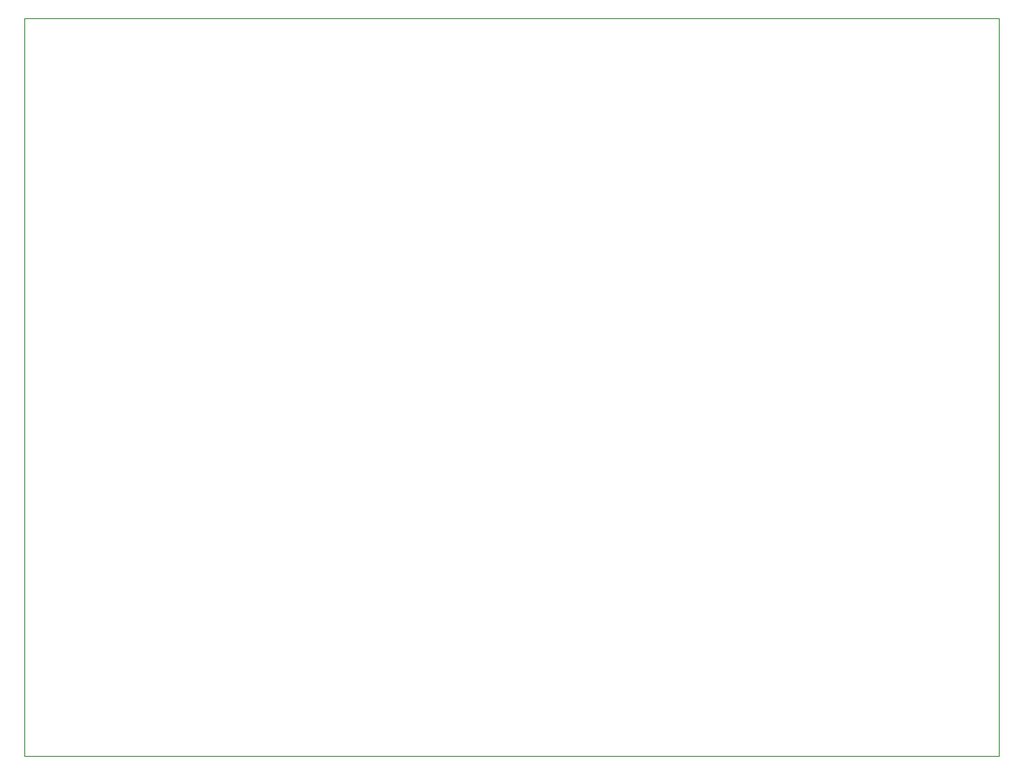
<source format=gbr>
%TF.GenerationSoftware,KiCad,Pcbnew,7.0.11*%
%TF.CreationDate,2024-12-01T20:51:01+09:00*%
%TF.ProjectId,AudioAmp_v0,41756469-6f41-46d7-905f-76302e6b6963,rev?*%
%TF.SameCoordinates,Original*%
%TF.FileFunction,Profile,NP*%
%FSLAX46Y46*%
G04 Gerber Fmt 4.6, Leading zero omitted, Abs format (unit mm)*
G04 Created by KiCad (PCBNEW 7.0.11) date 2024-12-01 20:51:01*
%MOMM*%
%LPD*%
G01*
G04 APERTURE LIST*
%TA.AperFunction,Profile*%
%ADD10C,0.050000*%
%TD*%
G04 APERTURE END LIST*
D10*
X0Y0D02*
X95000000Y0D01*
X95000000Y-72000000D01*
X0Y-72000000D01*
X0Y0D01*
M02*

</source>
